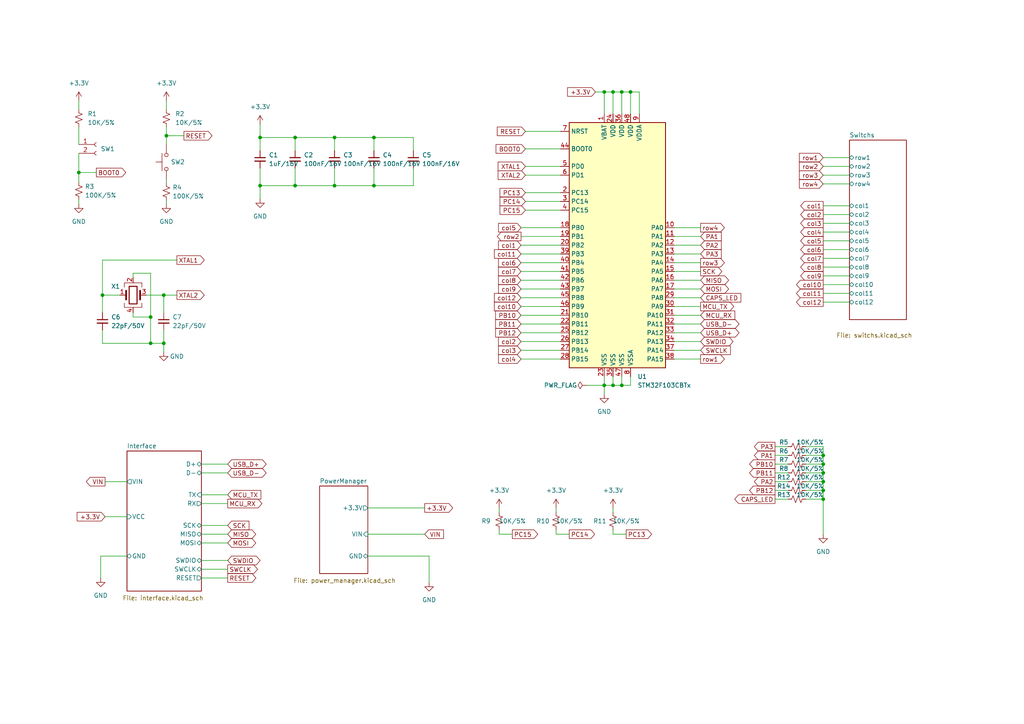
<source format=kicad_sch>
(kicad_sch (version 20211123) (generator eeschema)
  (paper "A4")
  (lib_symbols
    (symbol "Connector:Conn_01x02_Female" (pin_names (offset 1.016) hide)
      (property "Reference" "J" (at 0 2.54 0))
      (property "Value" "Conn_01x02_Female" (at 0 -5.08 0))
      (symbol "Conn_01x02_Female_1_1"
        (arc (start 0 -2.032) (mid -0.508 -2.54) (end 0 -3.048) (stroke (width 0.1524)))
        (polyline (pts (xy -1.27 -2.54) (xy -0.508 -2.54)) (stroke (width 0.1524)))
        (polyline (pts (xy -1.27 0) (xy -0.508 0)) (stroke (width 0.1524)))
        (arc (start 0 0.508) (mid -0.508 0) (end 0 -0.508) (stroke (width 0.1524)))
        (pin passive line (at -5.08 0 0) (length 3.81) (name "Pin_1") (number "1"))
        (pin passive line (at -5.08 -2.54 0) (length 3.81) (name "Pin_2") (number "2"))
      )
    )
    (symbol "Device:C_Small" (pin_numbers hide) (pin_names (offset 0.254) hide)
      (property "Reference" "C" (at 0.254 1.778 0))
      (property "Value" "C_Small" (at 0.254 -2.032 0))
      (symbol "C_Small_0_1"
        (polyline (pts (xy -1.524 -0.508) (xy 1.524 -0.508)) (stroke (width 0.3302)))
        (polyline (pts (xy -1.524 0.508) (xy 1.524 0.508)) (stroke (width 0.3048)))
      )
      (symbol "C_Small_1_1"
        (pin passive line (at 0 2.54 270) (length 2.032) (name "~") (number "1"))
        (pin passive line (at 0 -2.54 90) (length 2.032) (name "~") (number "2"))
      )
    )
    (symbol "Device:Crystal_GND24" (pin_names (offset 1.016) hide)
      (property "Reference" "Y" (at 3.175 5.08 0))
      (property "Value" "Crystal_GND24" (at 3.175 3.175 0))
      (symbol "Crystal_GND24_0_1"
        (rectangle (start -1.143 2.54) (end 1.143 -2.54) (stroke (width 0.3048)))
        (polyline (pts (xy -2.54 0) (xy -2.032 0)))
        (polyline (pts (xy -2.032 -1.27) (xy -2.032 1.27)) (stroke (width 0.508)))
        (polyline (pts (xy 0 -3.81) (xy 0 -3.556)))
        (polyline (pts (xy 0 3.556) (xy 0 3.81)))
        (polyline (pts (xy 2.032 -1.27) (xy 2.032 1.27)) (stroke (width 0.508)))
        (polyline (pts (xy 2.032 0) (xy 2.54 0)))
        (polyline (pts (xy -2.54 -2.286) (xy -2.54 -3.556) (xy 2.54 -3.556) (xy 2.54 -2.286)))
        (polyline (pts (xy -2.54 2.286) (xy -2.54 3.556) (xy 2.54 3.556) (xy 2.54 2.286)))
      )
      (symbol "Crystal_GND24_1_1"
        (pin passive line (at -3.81 0 0) (length 1.27) (name "1") (number "1"))
        (pin passive line (at 0 5.08 270) (length 1.27) (name "2") (number "2"))
        (pin passive line (at 3.81 0 180) (length 1.27) (name "3") (number "3"))
        (pin passive line (at 0 -5.08 90) (length 1.27) (name "4") (number "4"))
      )
    )
    (symbol "Device:R_Small_US" (pin_numbers hide) (pin_names (offset 0.254) hide)
      (property "Reference" "R" (at 0.762 0.508 0))
      (property "Value" "R_Small_US" (at 0.762 -1.016 0))
      (symbol "R_Small_US_1_1"
        (polyline (pts (xy 0 0) (xy 1.016 -0.381) (xy 0 -0.762) (xy -1.016 -1.143) (xy 0 -1.524)))
        (polyline (pts (xy 0 1.524) (xy 1.016 1.143) (xy 0 0.762) (xy -1.016 0.381) (xy 0 0)))
        (pin passive line (at 0 2.54 270) (length 1.016) (name "~") (number "1"))
        (pin passive line (at 0 -2.54 90) (length 1.016) (name "~") (number "2"))
      )
    )
    (symbol "MCU_ST_STM32F1:STM32F103CBTx"
      (property "Reference" "U" (at -15.24 36.83 0))
      (property "Value" "STM32F103CBTx" (at 7.62 36.83 0))
      (symbol "STM32F103CBTx_0_1"
        (rectangle (start -15.24 -35.56) (end 12.7 35.56) (stroke (width 0.254)) (fill (type background)))
      )
      (symbol "STM32F103CBTx_1_1"
        (pin power_in line (at -5.08 38.1 270) (length 2.54) (name "VBAT") (number "1"))
        (pin bidirectional line (at 15.24 5.08 180) (length 2.54) (name "PA0") (number "10"))
        (pin bidirectional line (at 15.24 2.54 180) (length 2.54) (name "PA1") (number "11"))
        (pin bidirectional line (at 15.24 0 180) (length 2.54) (name "PA2") (number "12"))
        (pin bidirectional line (at 15.24 -2.54 180) (length 2.54) (name "PA3") (number "13"))
        (pin bidirectional line (at 15.24 -5.08 180) (length 2.54) (name "PA4") (number "14"))
        (pin bidirectional line (at 15.24 -7.62 180) (length 2.54) (name "PA5") (number "15"))
        (pin bidirectional line (at 15.24 -10.16 180) (length 2.54) (name "PA6") (number "16"))
        (pin bidirectional line (at 15.24 -12.7 180) (length 2.54) (name "PA7") (number "17"))
        (pin bidirectional line (at -17.78 5.08 0) (length 2.54) (name "PB0") (number "18"))
        (pin bidirectional line (at -17.78 2.54 0) (length 2.54) (name "PB1") (number "19"))
        (pin bidirectional line (at -17.78 15.24 0) (length 2.54) (name "PC13") (number "2"))
        (pin bidirectional line (at -17.78 0 0) (length 2.54) (name "PB2") (number "20"))
        (pin bidirectional line (at -17.78 -20.32 0) (length 2.54) (name "PB10") (number "21"))
        (pin bidirectional line (at -17.78 -22.86 0) (length 2.54) (name "PB11") (number "22"))
        (pin power_in line (at -5.08 -38.1 90) (length 2.54) (name "VSS") (number "23"))
        (pin power_in line (at -2.54 38.1 270) (length 2.54) (name "VDD") (number "24"))
        (pin bidirectional line (at -17.78 -25.4 0) (length 2.54) (name "PB12") (number "25"))
        (pin bidirectional line (at -17.78 -27.94 0) (length 2.54) (name "PB13") (number "26"))
        (pin bidirectional line (at -17.78 -30.48 0) (length 2.54) (name "PB14") (number "27"))
        (pin bidirectional line (at -17.78 -33.02 0) (length 2.54) (name "PB15") (number "28"))
        (pin bidirectional line (at 15.24 -15.24 180) (length 2.54) (name "PA8") (number "29"))
        (pin bidirectional line (at -17.78 12.7 0) (length 2.54) (name "PC14") (number "3"))
        (pin bidirectional line (at 15.24 -17.78 180) (length 2.54) (name "PA9") (number "30"))
        (pin bidirectional line (at 15.24 -20.32 180) (length 2.54) (name "PA10") (number "31"))
        (pin bidirectional line (at 15.24 -22.86 180) (length 2.54) (name "PA11") (number "32"))
        (pin bidirectional line (at 15.24 -25.4 180) (length 2.54) (name "PA12") (number "33"))
        (pin bidirectional line (at 15.24 -27.94 180) (length 2.54) (name "PA13") (number "34"))
        (pin power_in line (at -2.54 -38.1 90) (length 2.54) (name "VSS") (number "35"))
        (pin power_in line (at 0 38.1 270) (length 2.54) (name "VDD") (number "36"))
        (pin bidirectional line (at 15.24 -30.48 180) (length 2.54) (name "PA14") (number "37"))
        (pin bidirectional line (at 15.24 -33.02 180) (length 2.54) (name "PA15") (number "38"))
        (pin bidirectional line (at -17.78 -2.54 0) (length 2.54) (name "PB3") (number "39"))
        (pin bidirectional line (at -17.78 10.16 0) (length 2.54) (name "PC15") (number "4"))
        (pin bidirectional line (at -17.78 -5.08 0) (length 2.54) (name "PB4") (number "40"))
        (pin bidirectional line (at -17.78 -7.62 0) (length 2.54) (name "PB5") (number "41"))
        (pin bidirectional line (at -17.78 -10.16 0) (length 2.54) (name "PB6") (number "42"))
        (pin bidirectional line (at -17.78 -12.7 0) (length 2.54) (name "PB7") (number "43"))
        (pin input line (at -17.78 27.94 0) (length 2.54) (name "BOOT0") (number "44"))
        (pin bidirectional line (at -17.78 -15.24 0) (length 2.54) (name "PB8") (number "45"))
        (pin bidirectional line (at -17.78 -17.78 0) (length 2.54) (name "PB9") (number "46"))
        (pin power_in line (at 0 -38.1 90) (length 2.54) (name "VSS") (number "47"))
        (pin power_in line (at 2.54 38.1 270) (length 2.54) (name "VDD") (number "48"))
        (pin input line (at -17.78 22.86 0) (length 2.54) (name "PD0") (number "5"))
        (pin input line (at -17.78 20.32 0) (length 2.54) (name "PD1") (number "6"))
        (pin input line (at -17.78 33.02 0) (length 2.54) (name "NRST") (number "7"))
        (pin power_in line (at 2.54 -38.1 90) (length 2.54) (name "VSSA") (number "8"))
        (pin power_in line (at 5.08 38.1 270) (length 2.54) (name "VDDA") (number "9"))
      )
    )
    (symbol "Switch:SW_Push" (pin_numbers hide) (pin_names (offset 1.016) hide)
      (property "Reference" "SW" (at 1.27 2.54 0))
      (property "Value" "SW_Push" (at 0 -1.524 0))
      (symbol "SW_Push_0_1"
        (circle (center -2.032 0) (radius 0.508))
        (polyline (pts (xy 0 1.27) (xy 0 3.048)))
        (polyline (pts (xy 2.54 1.27) (xy -2.54 1.27)))
        (circle (center 2.032 0) (radius 0.508))
        (pin passive line (at -5.08 0 0) (length 2.54) (name "1") (number "1"))
        (pin passive line (at 5.08 0 180) (length 2.54) (name "2") (number "2"))
      )
    )
    (symbol "power:+3.3V" (power) (pin_names (offset 0))
      (property "Value" "+3.3V" (at 0 3.556 0))
      (symbol "+3.3V_0_1"
        (polyline (pts (xy -0.762 1.27) (xy 0 2.54)))
        (polyline (pts (xy 0 0) (xy 0 2.54)))
        (polyline (pts (xy 0 2.54) (xy 0.762 1.27)))
      )
      (symbol "+3.3V_1_1"
        (pin power_in line (at 0 0 90) (length 0) hide (name "+3.3V") (number "1"))
      )
    )
    (symbol "power:GND" (power) (pin_names (offset 0))
      (property "Value" "GND" (at 0 -3.81 0))
      (symbol "GND_0_1"
        (polyline (pts (xy 0 0) (xy 0 -1.27) (xy 1.27 -1.27) (xy 0 -2.54) (xy -1.27 -1.27) (xy 0 -1.27)))
      )
      (symbol "GND_1_1"
        (pin power_in line (at 0 0 270) (length 0) hide (name "GND") (number "1"))
      )
    )
    (symbol "power:PWR_FLAG" (power) (pin_numbers hide) (pin_names (offset 0) hide)
      (property "Value" "PWR_FLAG" (at 0 3.81 0))
      (symbol "PWR_FLAG_0_0"
        (pin power_out line (at 0 0 90) (length 0) (name "pwr") (number "1"))
      )
      (symbol "PWR_FLAG_0_1"
        (polyline (pts (xy 0 0) (xy 0 1.27) (xy -1.016 1.905) (xy 0 2.54) (xy 1.016 1.905) (xy 0 1.27)))
      )
    )
  )
  (junction (at 75.438 53.848))
  (junction (at 97.028 53.848))
  (junction (at 48.26 39.37))
  (junction (at 97.028 39.878))
  (junction (at 238.76 142.24))
  (junction (at 29.718 85.598))
  (junction (at 85.598 39.878))
  (junction (at 177.8 26.67))
  (junction (at 238.76 144.78))
  (junction (at 238.76 134.62))
  (junction (at 85.598 53.848))
  (junction (at 75.438 39.878))
  (junction (at 47.498 99.568))
  (junction (at 43.688 99.568))
  (junction (at 238.76 139.7))
  (junction (at 43.688 91.948))
  (junction (at 238.76 132.08))
  (junction (at 180.34 26.67))
  (junction (at 108.458 39.878))
  (junction (at 238.76 137.16))
  (junction (at 180.34 111.76))
  (junction (at 182.88 26.67))
  (junction (at 22.86 50.038))
  (junction (at 175.26 111.76))
  (junction (at 177.8 111.76))
  (junction (at 47.498 85.598))
  (junction (at 175.26 26.67))
  (junction (at 108.458 53.848))
  (wire (pts (xy 58.42 167.64) (xy 66.04 167.64)))
  (wire (pts (xy 144.78 154.94) (xy 148.59 154.94)))
  (wire (pts (xy 85.598 53.848) (xy 75.438 53.848)))
  (wire (pts (xy 224.79 144.78) (xy 228.6 144.78)))
  (wire (pts (xy 42.418 85.598) (xy 47.498 85.598)))
  (wire (pts (xy 151.13 71.12) (xy 162.56 71.12)))
  (wire (pts (xy 108.458 53.848) (xy 97.028 53.848)))
  (wire (pts (xy 85.598 48.768) (xy 85.598 53.848)))
  (wire (pts (xy 29.718 75.438) (xy 29.718 85.598)))
  (wire (pts (xy 238.76 50.8) (xy 246.38 50.8)))
  (wire (pts (xy 144.78 153.67) (xy 144.78 154.94)))
  (wire (pts (xy 85.598 39.878) (xy 97.028 39.878)))
  (wire (pts (xy 161.29 147.32) (xy 161.29 148.59)))
  (wire (pts (xy 224.79 137.16) (xy 228.6 137.16)))
  (wire (pts (xy 177.8 26.67) (xy 177.8 33.02)))
  (wire (pts (xy 233.68 129.54) (xy 238.76 129.54)))
  (wire (pts (xy 177.8 109.22) (xy 177.8 111.76)))
  (wire (pts (xy 224.79 139.7) (xy 228.6 139.7)))
  (wire (pts (xy 151.13 68.58) (xy 162.56 68.58)))
  (wire (pts (xy 58.42 137.16) (xy 66.04 137.16)))
  (wire (pts (xy 182.88 109.22) (xy 182.88 111.76)))
  (wire (pts (xy 151.13 104.14) (xy 162.56 104.14)))
  (wire (pts (xy 238.76 59.69) (xy 246.38 59.69)))
  (wire (pts (xy 233.68 132.08) (xy 238.76 132.08)))
  (wire (pts (xy 151.13 81.28) (xy 162.56 81.28)))
  (wire (pts (xy 238.76 72.39) (xy 246.38 72.39)))
  (wire (pts (xy 238.76 85.09) (xy 246.38 85.09)))
  (wire (pts (xy 22.86 36.83) (xy 22.86 41.91)))
  (wire (pts (xy 152.4 48.26) (xy 162.56 48.26)))
  (wire (pts (xy 58.42 152.4) (xy 66.04 152.4)))
  (wire (pts (xy 195.58 68.58) (xy 203.2 68.58)))
  (wire (pts (xy 233.68 144.78) (xy 238.76 144.78)))
  (wire (pts (xy 195.58 83.82) (xy 203.2 83.82)))
  (wire (pts (xy 224.79 134.62) (xy 228.6 134.62)))
  (wire (pts (xy 175.26 33.02) (xy 175.26 26.67)))
  (wire (pts (xy 238.76 64.77) (xy 246.38 64.77)))
  (wire (pts (xy 233.68 142.24) (xy 238.76 142.24)))
  (wire (pts (xy 195.58 101.6) (xy 203.2 101.6)))
  (wire (pts (xy 58.42 146.05) (xy 66.04 146.05)))
  (wire (pts (xy 58.42 162.56) (xy 66.04 162.56)))
  (wire (pts (xy 119.888 48.768) (xy 119.888 53.848)))
  (wire (pts (xy 224.79 142.24) (xy 228.6 142.24)))
  (wire (pts (xy 238.76 48.26) (xy 246.38 48.26)))
  (wire (pts (xy 151.13 86.36) (xy 162.56 86.36)))
  (wire (pts (xy 238.76 87.63) (xy 246.38 87.63)))
  (wire (pts (xy 195.58 71.12) (xy 203.2 71.12)))
  (wire (pts (xy 38.608 91.948) (xy 43.688 91.948)))
  (wire (pts (xy 151.13 101.6) (xy 162.56 101.6)))
  (wire (pts (xy 177.8 154.94) (xy 181.61 154.94)))
  (wire (pts (xy 75.438 39.878) (xy 85.598 39.878)))
  (wire (pts (xy 48.26 39.37) (xy 53.34 39.37)))
  (wire (pts (xy 177.8 111.76) (xy 180.34 111.76)))
  (wire (pts (xy 238.76 134.62) (xy 238.76 137.16)))
  (wire (pts (xy 36.83 161.29) (xy 29.21 161.29)))
  (wire (pts (xy 224.79 129.54) (xy 228.6 129.54)))
  (wire (pts (xy 238.76 74.93) (xy 246.38 74.93)))
  (wire (pts (xy 97.028 48.768) (xy 97.028 53.848)))
  (wire (pts (xy 195.58 99.06) (xy 203.2 99.06)))
  (wire (pts (xy 161.29 153.67) (xy 161.29 154.94)))
  (wire (pts (xy 195.58 86.36) (xy 203.2 86.36)))
  (wire (pts (xy 152.4 43.18) (xy 162.56 43.18)))
  (wire (pts (xy 238.76 62.23) (xy 246.38 62.23)))
  (wire (pts (xy 151.13 99.06) (xy 162.56 99.06)))
  (wire (pts (xy 238.76 144.78) (xy 238.76 154.94)))
  (wire (pts (xy 161.29 154.94) (xy 165.1 154.94)))
  (wire (pts (xy 151.13 78.74) (xy 162.56 78.74)))
  (wire (pts (xy 75.438 53.848) (xy 75.438 57.658)))
  (wire (pts (xy 58.42 157.48) (xy 66.04 157.48)))
  (wire (pts (xy 195.58 73.66) (xy 203.2 73.66)))
  (wire (pts (xy 151.13 88.9) (xy 162.56 88.9)))
  (wire (pts (xy 195.58 88.9) (xy 203.2 88.9)))
  (wire (pts (xy 97.028 53.848) (xy 85.598 53.848)))
  (wire (pts (xy 224.79 132.08) (xy 228.6 132.08)))
  (wire (pts (xy 106.68 154.94) (xy 123.19 154.94)))
  (wire (pts (xy 238.76 67.31) (xy 246.38 67.31)))
  (wire (pts (xy 22.86 44.45) (xy 22.86 50.038)))
  (wire (pts (xy 108.458 39.878) (xy 119.888 39.878)))
  (wire (pts (xy 152.4 60.96) (xy 162.56 60.96)))
  (wire (pts (xy 195.58 66.04) (xy 203.2 66.04)))
  (wire (pts (xy 152.4 38.1) (xy 162.56 38.1)))
  (wire (pts (xy 238.76 142.24) (xy 238.76 144.78)))
  (wire (pts (xy 38.608 91.948) (xy 38.608 90.678)))
  (wire (pts (xy 185.42 26.67) (xy 185.42 33.02)))
  (wire (pts (xy 238.76 137.16) (xy 238.76 139.7)))
  (wire (pts (xy 58.42 154.94) (xy 66.04 154.94)))
  (wire (pts (xy 108.458 48.768) (xy 108.458 53.848)))
  (wire (pts (xy 238.76 139.7) (xy 238.76 142.24)))
  (wire (pts (xy 106.68 161.29) (xy 124.46 161.29)))
  (wire (pts (xy 29.718 99.568) (xy 43.688 99.568)))
  (wire (pts (xy 195.58 76.2) (xy 203.2 76.2)))
  (wire (pts (xy 152.4 55.88) (xy 162.56 55.88)))
  (wire (pts (xy 172.72 26.67) (xy 175.26 26.67)))
  (wire (pts (xy 48.26 52.07) (xy 48.26 53.086)))
  (wire (pts (xy 182.88 26.67) (xy 182.88 33.02)))
  (wire (pts (xy 48.26 39.37) (xy 48.26 41.91)))
  (wire (pts (xy 124.46 161.29) (xy 124.46 168.91)))
  (wire (pts (xy 29.718 95.758) (xy 29.718 99.568)))
  (wire (pts (xy 151.13 96.52) (xy 162.56 96.52)))
  (wire (pts (xy 152.4 50.8) (xy 162.56 50.8)))
  (wire (pts (xy 47.498 95.758) (xy 47.498 99.568)))
  (wire (pts (xy 195.58 91.44) (xy 203.2 91.44)))
  (wire (pts (xy 144.78 147.32) (xy 144.78 148.59)))
  (wire (pts (xy 195.58 104.14) (xy 203.2 104.14)))
  (wire (pts (xy 151.13 83.82) (xy 162.56 83.82)))
  (wire (pts (xy 22.86 50.038) (xy 22.86 52.832)))
  (wire (pts (xy 22.86 29.21) (xy 22.86 31.75)))
  (wire (pts (xy 75.438 39.878) (xy 75.438 43.688)))
  (wire (pts (xy 119.888 53.848) (xy 108.458 53.848)))
  (wire (pts (xy 152.4 58.42) (xy 162.56 58.42)))
  (wire (pts (xy 48.26 29.21) (xy 48.26 31.75)))
  (wire (pts (xy 75.438 36.068) (xy 75.438 39.878)))
  (wire (pts (xy 177.8 147.32) (xy 177.8 148.59)))
  (wire (pts (xy 151.13 73.66) (xy 162.56 73.66)))
  (wire (pts (xy 195.58 93.98) (xy 203.2 93.98)))
  (wire (pts (xy 238.76 80.01) (xy 246.38 80.01)))
  (wire (pts (xy 238.76 82.55) (xy 246.38 82.55)))
  (wire (pts (xy 97.028 39.878) (xy 97.028 43.688)))
  (wire (pts (xy 58.42 134.62) (xy 66.04 134.62)))
  (wire (pts (xy 51.308 75.438) (xy 29.718 75.438)))
  (wire (pts (xy 30.48 139.7) (xy 36.83 139.7)))
  (wire (pts (xy 47.498 85.598) (xy 47.498 90.678)))
  (wire (pts (xy 151.13 91.44) (xy 162.56 91.44)))
  (wire (pts (xy 22.86 57.912) (xy 22.86 59.182)))
  (wire (pts (xy 175.26 26.67) (xy 177.8 26.67)))
  (wire (pts (xy 170.18 111.76) (xy 175.26 111.76)))
  (wire (pts (xy 238.76 77.47) (xy 246.38 77.47)))
  (wire (pts (xy 85.598 39.878) (xy 85.598 43.688)))
  (wire (pts (xy 106.68 147.32) (xy 123.19 147.32)))
  (wire (pts (xy 175.26 111.76) (xy 175.26 114.3)))
  (wire (pts (xy 195.58 81.28) (xy 203.2 81.28)))
  (wire (pts (xy 238.76 69.85) (xy 246.38 69.85)))
  (wire (pts (xy 238.76 53.34) (xy 246.38 53.34)))
  (wire (pts (xy 175.26 109.22) (xy 175.26 111.76)))
  (wire (pts (xy 75.438 48.768) (xy 75.438 53.848)))
  (wire (pts (xy 238.76 45.72) (xy 246.38 45.72)))
  (wire (pts (xy 195.58 96.52) (xy 203.2 96.52)))
  (wire (pts (xy 238.76 129.54) (xy 238.76 132.08)))
  (wire (pts (xy 151.13 76.2) (xy 162.56 76.2)))
  (wire (pts (xy 43.688 99.568) (xy 47.498 99.568)))
  (wire (pts (xy 43.688 91.948) (xy 43.688 99.568)))
  (wire (pts (xy 119.888 39.878) (xy 119.888 43.688)))
  (wire (pts (xy 30.48 149.86) (xy 36.83 149.86)))
  (wire (pts (xy 182.88 26.67) (xy 185.42 26.67)))
  (wire (pts (xy 180.34 26.67) (xy 182.88 26.67)))
  (wire (pts (xy 97.028 39.878) (xy 108.458 39.878)))
  (wire (pts (xy 38.608 79.248) (xy 43.688 79.248)))
  (wire (pts (xy 47.498 99.568) (xy 47.498 102.108)))
  (wire (pts (xy 151.13 93.98) (xy 162.56 93.98)))
  (wire (pts (xy 180.34 109.22) (xy 180.34 111.76)))
  (wire (pts (xy 48.26 36.83) (xy 48.26 39.37)))
  (wire (pts (xy 180.34 26.67) (xy 180.34 33.02)))
  (wire (pts (xy 58.42 165.1) (xy 66.04 165.1)))
  (wire (pts (xy 195.58 78.74) (xy 203.2 78.74)))
  (wire (pts (xy 29.21 161.29) (xy 29.21 167.64)))
  (wire (pts (xy 177.8 26.67) (xy 180.34 26.67)))
  (wire (pts (xy 233.68 137.16) (xy 238.76 137.16)))
  (wire (pts (xy 233.68 134.62) (xy 238.76 134.62)))
  (wire (pts (xy 58.42 143.51) (xy 66.04 143.51)))
  (wire (pts (xy 48.26 58.166) (xy 48.26 59.182)))
  (wire (pts (xy 151.13 66.04) (xy 162.56 66.04)))
  (wire (pts (xy 47.498 85.598) (xy 51.308 85.598)))
  (wire (pts (xy 177.8 153.67) (xy 177.8 154.94)))
  (wire (pts (xy 22.86 50.038) (xy 27.94 50.038)))
  (wire (pts (xy 177.8 111.76) (xy 175.26 111.76)))
  (wire (pts (xy 108.458 39.878) (xy 108.458 43.688)))
  (wire (pts (xy 238.76 132.08) (xy 238.76 134.62)))
  (wire (pts (xy 38.608 80.518) (xy 38.608 79.248)))
  (wire (pts (xy 43.688 79.248) (xy 43.688 91.948)))
  (wire (pts (xy 34.798 85.598) (xy 29.718 85.598)))
  (wire (pts (xy 233.68 139.7) (xy 238.76 139.7)))
  (wire (pts (xy 180.34 111.76) (xy 182.88 111.76)))
  (wire (pts (xy 29.718 85.598) (xy 29.718 90.678)))
  (global_label "PB12" (shape input) (at 151.13 96.52 180) (property "插入圖紙頁參考" "${INTERSHEET_REFS}" (effects hide)))
  (global_label "col7" (shape output) (at 238.76 74.93 180) (property "插入圖紙頁參考" "${INTERSHEET_REFS}" (effects hide)))
  (global_label "col3" (shape input) (at 151.13 101.6 180) (property "插入圖紙頁參考" "${INTERSHEET_REFS}" (effects hide)))
  (global_label "col9" (shape input) (at 151.13 83.82 180) (property "插入圖紙頁參考" "${INTERSHEET_REFS}" (effects hide)))
  (global_label "col4" (shape input) (at 151.13 104.14 180) (property "插入圖紙頁參考" "${INTERSHEET_REFS}" (effects hide)))
  (global_label "col8" (shape input) (at 151.13 81.28 180) (property "插入圖紙頁參考" "${INTERSHEET_REFS}" (effects hide)))
  (global_label "row3" (shape output) (at 203.2 76.2 0) (property "插入圖紙頁參考" "${INTERSHEET_REFS}" (effects hide)))
  (global_label "RESET" (shape input) (at 152.4 38.1 180) (property "插入圖紙頁參考" "${INTERSHEET_REFS}" (effects hide)))
  (global_label "col1" (shape input) (at 151.13 71.12 180) (property "插入圖紙頁參考" "${INTERSHEET_REFS}" (effects hide)))
  (global_label "USB_D-" (shape bidirectional) (at 66.04 137.16 0) (property "插入圖紙頁參考" "${INTERSHEET_REFS}" (effects hide)))
  (global_label "col2" (shape input) (at 151.13 99.06 180) (property "插入圖紙頁參考" "${INTERSHEET_REFS}" (effects hide)))
  (global_label "+3.3V" (shape input) (at 172.72 26.67 180) (property "插入圖紙頁參考" "${INTERSHEET_REFS}" (effects hide)))
  (global_label "col6" (shape output) (at 238.76 72.39 180) (property "插入圖紙頁參考" "${INTERSHEET_REFS}" (effects hide)))
  (global_label "+3.3V" (shape input) (at 30.48 149.86 180) (property "插入圖紙頁參考" "${INTERSHEET_REFS}" (effects hide)))
  (global_label "PA1" (shape input) (at 203.2 68.58 0) (property "插入圖紙頁參考" "${INTERSHEET_REFS}" (effects hide)))
  (global_label "PB11" (shape input) (at 151.13 93.98 180) (property "插入圖紙頁參考" "${INTERSHEET_REFS}" (effects hide)))
  (global_label "col9" (shape output) (at 238.76 80.01 180) (property "插入圖紙頁參考" "${INTERSHEET_REFS}" (effects hide)))
  (global_label "XTAL1" (shape output) (at 51.308 75.438 0) (property "插入圖紙頁參考" "${INTERSHEET_REFS}" (effects hide)))
  (global_label "col12" (shape input) (at 151.13 86.36 180) (property "插入圖紙頁參考" "${INTERSHEET_REFS}" (effects hide)))
  (global_label "CAPS_LED" (shape output) (at 224.79 144.78 180) (property "插入圖紙頁參考" "${INTERSHEET_REFS}" (effects hide)))
  (global_label "row2" (shape input) (at 238.76 48.26 180) (property "插入圖紙頁參考" "${INTERSHEET_REFS}" (effects hide)))
  (global_label "XTAL2" (shape input) (at 152.4 50.8 180) (property "插入圖紙頁參考" "${INTERSHEET_REFS}" (effects hide)))
  (global_label "MCU_RX" (shape input) (at 203.2 91.44 0) (property "插入圖紙頁參考" "${INTERSHEET_REFS}" (effects hide)))
  (global_label "PC15" (shape input) (at 152.4 60.96 180) (property "插入圖紙頁參考" "${INTERSHEET_REFS}" (effects hide)))
  (global_label "SCK" (shape input) (at 66.04 152.4 0) (property "插入圖紙頁參考" "${INTERSHEET_REFS}" (effects hide)))
  (global_label "col2" (shape output) (at 238.76 62.23 180) (property "插入圖紙頁參考" "${INTERSHEET_REFS}" (effects hide)))
  (global_label "PB10" (shape input) (at 151.13 91.44 180) (property "插入圖紙頁參考" "${INTERSHEET_REFS}" (effects hide)))
  (global_label "USB_D+" (shape bidirectional) (at 203.2 96.52 0) (property "插入圖紙頁參考" "${INTERSHEET_REFS}" (effects hide)))
  (global_label "CAPS_LED" (shape input) (at 203.2 86.36 0) (property "插入圖紙頁參考" "${INTERSHEET_REFS}" (effects hide)))
  (global_label "RESET" (shape output) (at 66.04 167.64 0) (property "插入圖紙頁參考" "${INTERSHEET_REFS}" (effects hide)))
  (global_label "PA2" (shape output) (at 224.79 139.7 180) (property "插入圖紙頁參考" "${INTERSHEET_REFS}" (effects hide)))
  (global_label "MISO" (shape bidirectional) (at 203.2 81.28 0) (property "插入圖紙頁參考" "${INTERSHEET_REFS}" (effects hide)))
  (global_label "BOOT0" (shape input) (at 152.4 43.18 180) (property "插入圖紙頁參考" "${INTERSHEET_REFS}" (effects hide)))
  (global_label "col11" (shape input) (at 151.13 73.66 180) (property "插入圖紙頁參考" "${INTERSHEET_REFS}" (effects hide)))
  (global_label "USB_D-" (shape bidirectional) (at 203.2 93.98 0) (property "插入圖紙頁參考" "${INTERSHEET_REFS}" (effects hide)))
  (global_label "row4" (shape output) (at 203.2 66.04 0) (property "插入圖紙頁參考" "${INTERSHEET_REFS}" (effects hide)))
  (global_label "PA1" (shape output) (at 224.79 132.08 180) (property "插入圖紙頁參考" "${INTERSHEET_REFS}" (effects hide)))
  (global_label "row4" (shape input) (at 238.76 53.34 180) (property "插入圖紙頁參考" "${INTERSHEET_REFS}" (effects hide)))
  (global_label "col8" (shape output) (at 238.76 77.47 180) (property "插入圖紙頁參考" "${INTERSHEET_REFS}" (effects hide)))
  (global_label "PC14" (shape input) (at 152.4 58.42 180) (property "插入圖紙頁參考" "${INTERSHEET_REFS}" (effects hide)))
  (global_label "col5" (shape output) (at 238.76 69.85 180) (property "插入圖紙頁參考" "${INTERSHEET_REFS}" (effects hide)))
  (global_label "PA3" (shape input) (at 203.2 73.66 0) (property "插入圖紙頁參考" "${INTERSHEET_REFS}" (effects hide)))
  (global_label "col3" (shape output) (at 238.76 64.77 180) (property "插入圖紙頁參考" "${INTERSHEET_REFS}" (effects hide)))
  (global_label "col5" (shape input) (at 151.13 66.04 180) (property "插入圖紙頁參考" "${INTERSHEET_REFS}" (effects hide)))
  (global_label "col11" (shape output) (at 238.76 85.09 180) (property "插入圖紙頁參考" "${INTERSHEET_REFS}" (effects hide)))
  (global_label "SWCLK" (shape output) (at 66.04 165.1 0) (property "插入圖紙頁參考" "${INTERSHEET_REFS}" (effects hide)))
  (global_label "col4" (shape output) (at 238.76 67.31 180) (property "插入圖紙頁參考" "${INTERSHEET_REFS}" (effects hide)))
  (global_label "col6" (shape input) (at 151.13 76.2 180) (property "插入圖紙頁參考" "${INTERSHEET_REFS}" (effects hide)))
  (global_label "row1" (shape output) (at 203.2 104.14 0) (property "插入圖紙頁參考" "${INTERSHEET_REFS}" (effects hide)))
  (global_label "RESET" (shape output) (at 53.34 39.37 0) (property "插入圖紙頁參考" "${INTERSHEET_REFS}" (effects hide)))
  (global_label "MISO" (shape bidirectional) (at 66.04 154.94 0) (property "插入圖紙頁參考" "${INTERSHEET_REFS}" (effects hide)))
  (global_label "col10" (shape input) (at 151.13 88.9 180) (property "插入圖紙頁參考" "${INTERSHEET_REFS}" (effects hide)))
  (global_label "PB11" (shape output) (at 224.79 137.16 180) (property "插入圖紙頁參考" "${INTERSHEET_REFS}" (effects hide)))
  (global_label "BOOT0" (shape output) (at 27.94 50.038 0) (property "插入圖紙頁參考" "${INTERSHEET_REFS}" (effects hide)))
  (global_label "col7" (shape input) (at 151.13 78.74 180) (property "插入圖紙頁參考" "${INTERSHEET_REFS}" (effects hide)))
  (global_label "col10" (shape output) (at 238.76 82.55 180) (property "插入圖紙頁參考" "${INTERSHEET_REFS}" (effects hide)))
  (global_label "row1" (shape input) (at 238.76 45.72 180) (property "插入圖紙頁參考" "${INTERSHEET_REFS}" (effects hide)))
  (global_label "SWDIO" (shape bidirectional) (at 66.04 162.56 0) (property "插入圖紙頁參考" "${INTERSHEET_REFS}" (effects hide)))
  (global_label "PB12" (shape output) (at 224.79 142.24 180) (property "插入圖紙頁參考" "${INTERSHEET_REFS}" (effects hide)))
  (global_label "PC15" (shape output) (at 148.59 154.94 0) (property "插入圖紙頁參考" "${INTERSHEET_REFS}" (effects hide)))
  (global_label "XTAL2" (shape output) (at 51.308 85.598 0) (property "插入圖紙頁參考" "${INTERSHEET_REFS}" (effects hide)))
  (global_label "col1" (shape output) (at 238.76 59.69 180) (property "插入圖紙頁參考" "${INTERSHEET_REFS}" (effects hide)))
  (global_label "PC14" (shape output) (at 165.1 154.94 0) (property "插入圖紙頁參考" "${INTERSHEET_REFS}" (effects hide)))
  (global_label "SWCLK" (shape input) (at 203.2 101.6 0) (property "插入圖紙頁參考" "${INTERSHEET_REFS}" (effects hide)))
  (global_label "row2" (shape output) (at 151.13 68.58 180) (property "插入圖紙頁參考" "${INTERSHEET_REFS}" (effects hide)))
  (global_label "MOSI" (shape bidirectional) (at 66.04 157.48 0) (property "插入圖紙頁參考" "${INTERSHEET_REFS}" (effects hide)))
  (global_label "SWDIO" (shape bidirectional) (at 203.2 99.06 0) (property "插入圖紙頁參考" "${INTERSHEET_REFS}" (effects hide)))
  (global_label "XTAL1" (shape input) (at 152.4 48.26 180) (property "插入圖紙頁參考" "${INTERSHEET_REFS}" (effects hide)))
  (global_label "MCU_TX" (shape input) (at 66.04 143.51 0) (property "插入圖紙頁參考" "${INTERSHEET_REFS}" (effects hide)))
  (global_label "col12" (shape output) (at 238.76 87.63 180) (property "插入圖紙頁參考" "${INTERSHEET_REFS}" (effects hide)))
  (global_label "MCU_RX" (shape output) (at 66.04 146.05 0) (property "插入圖紙頁參考" "${INTERSHEET_REFS}" (effects hide)))
  (global_label "SCK" (shape output) (at 203.2 78.74 0) (property "插入圖紙頁參考" "${INTERSHEET_REFS}" (effects hide)))
  (global_label "MCU_TX" (shape output) (at 203.2 88.9 0) (property "插入圖紙頁參考" "${INTERSHEET_REFS}" (effects hide)))
  (global_label "PA2" (shape input) (at 203.2 71.12 0) (property "插入圖紙頁參考" "${INTERSHEET_REFS}" (effects hide)))
  (global_label "USB_D+" (shape bidirectional) (at 66.04 134.62 0) (property "插入圖紙頁參考" "${INTERSHEET_REFS}" (effects hide)))
  (global_label "PA3" (shape output) (at 224.79 129.54 180) (property "插入圖紙頁參考" "${INTERSHEET_REFS}" (effects hide)))
  (global_label "PB10" (shape output) (at 224.79 134.62 180) (property "插入圖紙頁參考" "${INTERSHEET_REFS}" (effects hide)))
  (global_label "MOSI" (shape bidirectional) (at 203.2 83.82 0) (property "插入圖紙頁參考" "${INTERSHEET_REFS}" (effects hide)))
  (global_label "+3.3V" (shape output) (at 123.19 147.32 0) (property "插入圖紙頁參考" "${INTERSHEET_REFS}" (effects hide)))
  (global_label "PC13" (shape input) (at 152.4 55.88 180) (property "插入圖紙頁參考" "${INTERSHEET_REFS}" (effects hide)))
  (global_label "VIN" (shape input) (at 123.19 154.94 0) (property "插入圖紙頁參考" "${INTERSHEET_REFS}" (effects hide)))
  (global_label "VIN" (shape output) (at 30.48 139.7 180) (property "插入圖紙頁參考" "${INTERSHEET_REFS}" (effects hide)))
  (global_label "row3" (shape input) (at 238.76 50.8 180) (property "插入圖紙頁參考" "${INTERSHEET_REFS}" (effects hide)))
  (global_label "PC13" (shape output) (at 181.61 154.94 0) (property "插入圖紙頁參考" "${INTERSHEET_REFS}" (effects hide)))
  (symbol (lib_id "Device:R_Small_US") (at 48.26 55.626 0) (unit 1)
    (property "Reference" "R4" (at 50.038 54.3559 0) (effects (justify left)))
    (property "Value" "100K/5%" (at 50.038 56.8959 0) (effects (justify left)))
    (property "Footprint" "Resistor_SMD:R_0603_1608Metric" (effects hide))
  )
  (symbol (lib_id "Device:C_Small") (at 97.028 46.228 0) (unit 1)
    (property "Reference" "C3" (at 99.568 44.9642 0) (effects (justify left)))
    (property "Value" "100nF/16V" (at 99.568 47.5042 0) (effects (justify left)))
    (property "Footprint" "Capacitor_SMD:C_0603_1608Metric" (effects hide))
  )
  (symbol (lib_id "Device:R_Small_US") (at 231.14 134.62 270) (unit 1)
    (property "Reference" "R7" (at 227.33 133.35 90))
    (property "Value" "10K/5%" (at 234.95 133.35 90))
    (property "Footprint" "Resistor_SMD:R_0603_1608Metric" (effects hide))
  )
  (symbol (lib_id "Device:C_Small") (at 29.718 93.218 0) (unit 1)
    (property "Reference" "C6" (at 32.258 91.9542 0) (effects (justify left)))
    (property "Value" "22pF/50V" (at 32.258 94.4942 0) (effects (justify left)))
    (property "Footprint" "Capacitor_SMD:C_0603_1608Metric" (effects hide))
  )
  (symbol (lib_id "power:GND") (at 124.46 168.91 0) (unit 1)
    (property "Reference" "#PWR015" (effects hide))
    (property "Value" "GND" (at 124.46 173.99 0))
  )
  (symbol (lib_id "Device:R_Small_US") (at 231.14 129.54 270) (unit 1)
    (property "Reference" "R5" (at 227.33 128.27 90))
    (property "Value" "10K/5%" (at 234.95 128.27 90))
    (property "Footprint" "Resistor_SMD:R_0603_1608Metric" (effects hide))
  )
  (symbol (lib_id "Device:R_Small_US") (at 231.14 142.24 270) (unit 1)
    (property "Reference" "R14" (at 227.33 140.97 90))
    (property "Value" "10K/5%" (at 234.95 140.97 90))
    (property "Footprint" "Resistor_SMD:R_0603_1608Metric" (effects hide))
  )
  (symbol (lib_id "Device:R_Small_US") (at 144.78 151.13 0) (unit 1)
    (property "Reference" "R9" (at 140.97 151.13 0))
    (property "Value" "10K/5%" (at 148.59 151.13 0))
    (property "Footprint" "Resistor_SMD:R_0603_1608Metric" (effects hide))
  )
  (symbol (lib_id "power:+3.3V") (at 22.86 29.21 0) (unit 1)
    (property "Reference" "#PWR01" (effects hide))
    (property "Value" "+3.3V" (at 22.86 24.13 0))
  )
  (symbol (lib_id "power:+3.3V") (at 161.29 147.32 0) (unit 1)
    (property "Reference" "#PWR011" (effects hide))
    (property "Value" "+3.3V" (at 161.29 142.24 0))
  )
  (symbol (lib_id "Device:C_Small") (at 85.598 46.228 0) (unit 1)
    (property "Reference" "C2" (at 88.138 44.9642 0) (effects (justify left)))
    (property "Value" "100nF/16V" (at 88.138 47.5042 0) (effects (justify left)))
    (property "Footprint" "Capacitor_SMD:C_0603_1608Metric" (effects hide))
  )
  (symbol (lib_id "power:+3.3V") (at 177.8 147.32 0) (unit 1)
    (property "Reference" "#PWR012" (effects hide))
    (property "Value" "+3.3V" (at 177.8 142.24 0))
  )
  (symbol (lib_id "Device:R_Small_US") (at 22.86 55.372 0) (unit 1)
    (property "Reference" "R3" (at 24.638 54.1019 0) (effects (justify left)))
    (property "Value" "100K/5%" (at 24.638 56.6419 0) (effects (justify left)))
    (property "Footprint" "Resistor_SMD:R_0603_1608Metric" (effects hide))
  )
  (symbol (lib_id "Device:R_Small_US") (at 231.14 144.78 270) (unit 1)
    (property "Reference" "R13" (at 227.33 143.51 90))
    (property "Value" "10K/5%" (at 234.95 143.51 90))
    (property "Footprint" "Resistor_SMD:R_0603_1608Metric" (effects hide))
  )
  (symbol (lib_id "power:GND") (at 47.498 102.108 0) (unit 1)
    (property "Reference" "#PWR07" (effects hide))
    (property "Value" "GND" (at 51.308 103.378 0))
  )
  (symbol (lib_id "Device:R_Small_US") (at 177.8 151.13 0) (unit 1)
    (property "Reference" "R11" (at 173.99 151.13 0))
    (property "Value" "10K/5%" (at 181.61 151.13 0))
    (property "Footprint" "Resistor_SMD:R_0603_1608Metric" (effects hide))
  )
  (symbol (lib_id "power:GND") (at 175.26 114.3 0) (unit 1)
    (property "Reference" "#PWR08" (effects hide))
    (property "Value" "GND" (at 175.26 119.38 0))
  )
  (symbol (lib_id "power:GND") (at 22.86 59.182 0) (unit 1)
    (property "Reference" "#PWR05" (effects hide))
    (property "Value" "GND" (at 22.86 64.262 0))
  )
  (symbol (lib_id "MCU_ST_STM32F1:STM32F103CBTx") (at 180.34 71.12 0) (unit 1)
    (property "Reference" "U1" (at 184.8994 109.22 0) (effects (justify left)))
    (property "Value" "STM32F103CBTx" (at 184.8994 111.76 0) (effects (justify left)))
    (property "Footprint" "Package_QFP:LQFP-48_7x7mm_P0.5mm" (effects hide))
    (property "Datasheet" "http://www.st.com/st-web-ui/static/active/en/resource/technical/document/datasheet/CD00161566.pdf" (effects hide))
  )
  (symbol (lib_id "Device:R_Small_US") (at 48.26 34.29 0) (unit 1)
    (property "Reference" "R2" (at 50.8 33.0199 0) (effects (justify left)))
    (property "Value" "10K/5%" (at 50.8 35.5599 0) (effects (justify left)))
    (property "Footprint" "Resistor_SMD:R_0603_1608Metric" (effects hide))
  )
  (symbol (lib_id "Switch:SW_Push") (at 48.26 46.99 90) (unit 1)
    (property "Reference" "SW2" (at 49.53 46.99 90) (effects (justify right)))
    (property "Value" "SW_Push" (effects hide))
    (property "Footprint" "Button_Switch_SMD:SW_Push_1P1T_NO_CK_KSC6xxJ" (effects hide))
  )
  (symbol (lib_id "Device:R_Small_US") (at 231.14 139.7 270) (unit 1)
    (property "Reference" "R12" (at 227.33 138.43 90))
    (property "Value" "10K/5%" (at 234.95 138.43 90))
    (property "Footprint" "Resistor_SMD:R_0603_1608Metric" (effects hide))
  )
  (symbol (lib_id "power:PWR_FLAG") (at 170.18 111.76 90) (unit 1)
    (property "Reference" "#FLG01" (effects hide))
    (property "Value" "PWR_FLAG" (at 162.56 111.76 90))
  )
  (symbol (lib_id "power:GND") (at 29.21 167.64 0) (unit 1)
    (property "Reference" "#PWR014" (effects hide))
    (property "Value" "GND" (at 29.21 172.72 0))
  )
  (symbol (lib_id "Device:C_Small") (at 75.438 46.228 0) (unit 1)
    (property "Reference" "C1" (at 77.978 44.9642 0) (effects (justify left)))
    (property "Value" "1uF/16V" (at 77.978 47.5042 0) (effects (justify left)))
    (property "Footprint" "Capacitor_SMD:C_0603_1608Metric" (effects hide))
  )
  (symbol (lib_id "power:GND") (at 75.438 57.658 0) (unit 1)
    (property "Reference" "#PWR04" (effects hide))
    (property "Value" "GND" (at 75.438 62.738 0))
  )
  (symbol (lib_id "Device:R_Small_US") (at 231.14 137.16 270) (unit 1)
    (property "Reference" "R8" (at 227.33 135.89 90))
    (property "Value" "10K/5%" (at 234.95 135.89 90))
    (property "Footprint" "Resistor_SMD:R_0603_1608Metric" (effects hide))
  )
  (symbol (lib_id "Device:Crystal_GND24") (at 38.608 85.598 0) (unit 1)
    (property "Reference" "X1" (at 33.528 83.058 0))
    (property "Value" "Crystal_GND24" (effects hide))
    (property "Footprint" "Crystal:Crystal_SMD_TXC_7M-4Pin_3.2x2.5mm" (effects hide))
  )
  (symbol (lib_id "Device:C_Small") (at 47.498 93.218 0) (unit 1)
    (property "Reference" "C7" (at 50.038 91.9542 0) (effects (justify left)))
    (property "Value" "22pF/50V" (at 50.038 94.4942 0) (effects (justify left)))
    (property "Footprint" "Capacitor_SMD:C_0603_1608Metric" (effects hide))
  )
  (symbol (lib_id "Device:R_Small_US") (at 231.14 132.08 270) (unit 1)
    (property "Reference" "R6" (at 227.33 130.81 90))
    (property "Value" "10K/5%" (at 234.95 130.81 90))
    (property "Footprint" "Resistor_SMD:R_0603_1608Metric" (effects hide))
  )
  (symbol (lib_id "Device:C_Small") (at 119.888 46.228 0) (unit 1)
    (property "Reference" "C5" (at 122.428 44.9642 0) (effects (justify left)))
    (property "Value" "100nF/16V" (at 122.428 47.5042 0) (effects (justify left)))
    (property "Footprint" "Capacitor_SMD:C_0603_1608Metric" (effects hide))
  )
  (symbol (lib_id "power:+3.3V") (at 144.78 147.32 0) (unit 1)
    (property "Reference" "#PWR010" (effects hide))
    (property "Value" "+3.3V" (at 144.78 142.24 0))
  )
  (symbol (lib_id "power:+3.3V") (at 48.26 29.21 0) (unit 1)
    (property "Reference" "#PWR02" (effects hide))
    (property "Value" "+3.3V" (at 48.26 24.13 0))
  )
  (symbol (lib_id "power:GND") (at 48.26 59.182 0) (unit 1)
    (property "Reference" "#PWR06" (effects hide))
    (property "Value" "GND" (at 48.26 64.262 0))
  )
  (symbol (lib_id "power:+3.3V") (at 75.438 36.068 0) (unit 1)
    (property "Reference" "#PWR03" (effects hide))
    (property "Value" "+3.3V" (at 75.438 30.988 0))
  )
  (symbol (lib_id "Connector:Conn_01x02_Female") (at 27.94 41.91 0) (unit 1)
    (property "Reference" "SW1" (at 29.21 43.18 0) (effects (justify left)))
    (property "Value" "Conn_01x02_Female" (effects hide))
    (property "Footprint" "Connector_PinHeader_2.00mm:PinHeader_1x02_P2.00mm_Vertical" (effects hide))
  )
  (symbol (lib_id "Device:R_Small_US") (at 22.86 34.29 0) (unit 1)
    (property "Reference" "R1" (at 25.4 33.0199 0) (effects (justify left)))
    (property "Value" "10K/5%" (at 25.4 35.5599 0) (effects (justify left)))
    (property "Footprint" "Resistor_SMD:R_0603_1608Metric" (effects hide))
  )
  (symbol (lib_id "power:GND") (at 238.76 154.94 0) (unit 1)
    (property "Reference" "#PWR013" (effects hide))
    (property "Value" "GND" (at 238.76 160.02 0))
  )
  (symbol (lib_id "Device:R_Small_US") (at 161.29 151.13 0) (unit 1)
    (property "Reference" "R10" (at 157.48 151.13 0))
    (property "Value" "10K/5%" (at 165.1 151.13 0))
    (property "Footprint" "Resistor_SMD:R_0603_1608Metric" (effects hide))
  )
  (symbol (lib_id "Device:C_Small") (at 108.458 46.228 0) (unit 1)
    (property "Reference" "C4" (at 110.998 44.9642 0) (effects (justify left)))
    (property "Value" "100nF/16V" (at 110.998 47.5042 0) (effects (justify left)))
    (property "Footprint" "Capacitor_SMD:C_0603_1608Metric" (effects hide))
  )
  (sheet (at 36.83 130.81) (size 21.59 40.64) (stroke (width 0.1524))
    (property "Sheet name" "Interface" (at 36.83 130.0984 0) (effects (justify left bottom)))
    (property "Sheet file" "interface.kicad_sch" (at 35.56 172.72 0) (effects (justify left top)))
    (pin "D-" bidirectional (at 58.42 137.16 0))
    (pin "VIN" output (at 36.83 139.7 180))
    (pin "GND" bidirectional (at 36.83 161.29 180))
    (pin "SWDIO" bidirectional (at 58.42 162.56 0))
    (pin "SWCLK" bidirectional (at 58.42 165.1 0))
    (pin "RESET" output (at 58.42 167.64 0))
    (pin "TX" input (at 58.42 143.51 0))
    (pin "RX" output (at 58.42 146.05 0))
    (pin "VCC" input (at 36.83 149.86 180))
    (pin "D+" bidirectional (at 58.42 134.62 0))
    (pin "MOSI" bidirectional (at 58.42 157.48 0))
    (pin "SCK" bidirectional (at 58.42 152.4 0))
    (pin "MISO" bidirectional (at 58.42 154.94 0))
  )
  (sheet (at 92.71 140.97) (size 13.97 25.4) (stroke (width 0.1524))
    (property "Sheet name" "PowerManager" (at 92.71 140.2584 0) (effects (justify left bottom)))
    (property "Sheet file" "power_manager.kicad_sch" (at 85.09 167.64 0) (effects (justify left top)))
    (pin "+3.3V" output (at 106.68 147.32 0))
    (pin "VIN" input (at 106.68 154.94 0))
    (pin "GND" bidirectional (at 106.68 161.29 0))
  )
  (sheet (at 246.38 40.64) (size 16.51 52.07) (stroke (width 0.1524))
    (property "Sheet name" "Switchs" (at 246.38 39.9284 0) (effects (justify left bottom)))
    (property "Sheet file" "switchs.kicad_sch" (at 242.57 96.52 0) (effects (justify left top)))
    (pin "row4" bidirectional (at 246.38 53.34 180))
    (pin "row3" bidirectional (at 246.38 50.8 180))
    (pin "col8" bidirectional (at 246.38 77.47 180))
    (pin "col9" bidirectional (at 246.38 80.01 180))
    (pin "col7" bidirectional (at 246.38 74.93 180))
    (pin "col11" bidirectional (at 246.38 85.09 180))
    (pin "col10" bidirectional (at 246.38 82.55 180))
    (pin "col12" bidirectional (at 246.38 87.63 180))
    (pin "row2" bidirectional (at 246.38 48.26 180))
    (pin "col6" bidirectional (at 246.38 72.39 180))
    (pin "col5" bidirectional (at 246.38 69.85 180))
    (pin "col1" bidirectional (at 246.38 59.69 180))
    (pin "col2" bidirectional (at 246.38 62.23 180))
    (pin "row1" bidirectional (at 246.38 45.72 180))
    (pin "col3" bidirectional (at 246.38 64.77 180))
    (pin "col4" bidirectional (at 246.38 67.31 180))
  )
)
</source>
